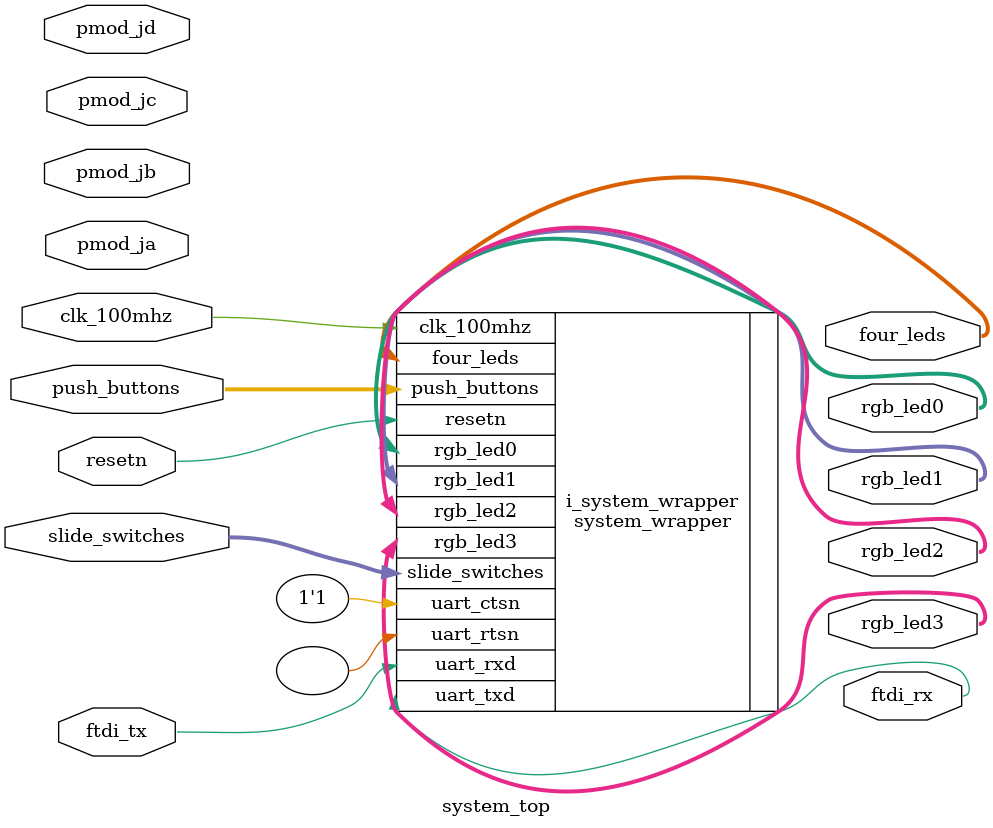
<source format=v>

`timescale 1ns/100ps

module system_top (
  // clock and reset
  input           clk_100mhz,
  input           resetn,
  
  // general io
  output  [3:0]   four_leds,
  
  output  [2:0]   rgb_led0,
  output  [2:0]   rgb_led1,
  output  [2:0]   rgb_led2,
  output  [2:0]   rgb_led3,
  
  input   [3:0]   push_buttons,
  
  input   [3:0]   slide_switches,
  
  // pmod
  inout   [7:0]   pmod_ja,
  inout   [7:0]   pmod_jb,
  inout   [7:0]   pmod_jc,
  inout   [7:0]   pmod_jd,
  
  // uart
  output           ftdi_rx,
  input            ftdi_tx
  );
  
  system_wrapper i_system_wrapper (
    .clk_100mhz(clk_100mhz),
    .four_leds(four_leds),
    .rgb_led0(rgb_led0),
    .rgb_led1(rgb_led1),
    .rgb_led2(rgb_led2),
    .rgb_led3(rgb_led3),
    .push_buttons(push_buttons),
    .slide_switches(slide_switches),
    .resetn(resetn),
    .uart_rxd(ftdi_tx),
    .uart_txd(ftdi_rx),
    .uart_rtsn(),
    .uart_ctsn(1'b1)
  );

endmodule

</source>
